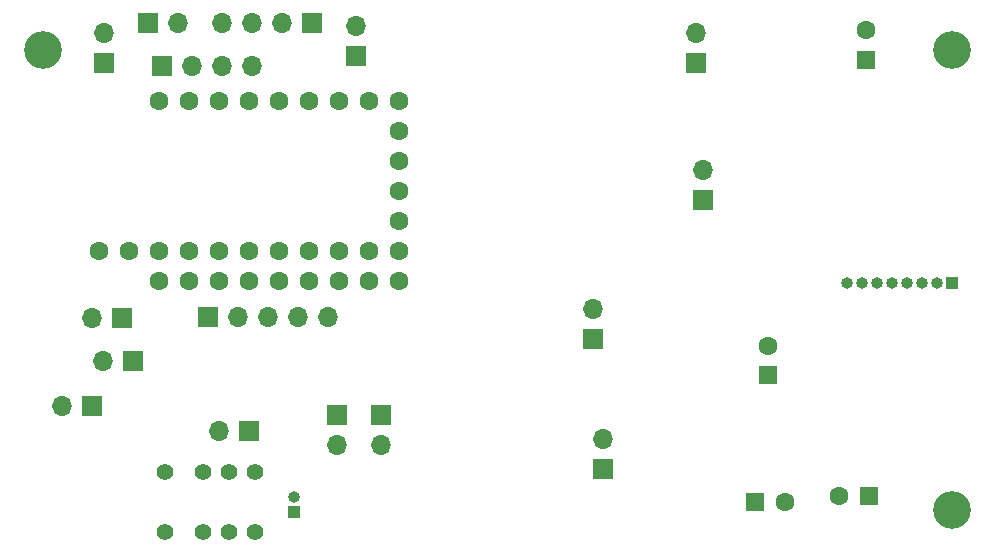
<source format=gbr>
%TF.GenerationSoftware,KiCad,Pcbnew,7.0.9*%
%TF.CreationDate,2024-04-29T07:26:28+03:00*%
%TF.ProjectId,Pistol_Camera_Driver,50697374-6f6c-45f4-9361-6d6572615f44,rev?*%
%TF.SameCoordinates,Original*%
%TF.FileFunction,Soldermask,Bot*%
%TF.FilePolarity,Negative*%
%FSLAX46Y46*%
G04 Gerber Fmt 4.6, Leading zero omitted, Abs format (unit mm)*
G04 Created by KiCad (PCBNEW 7.0.9) date 2024-04-29 07:26:28*
%MOMM*%
%LPD*%
G01*
G04 APERTURE LIST*
%ADD10R,1.000000X1.000000*%
%ADD11O,1.000000X1.000000*%
%ADD12C,1.600000*%
%ADD13O,1.700000X1.700000*%
%ADD14R,1.700000X1.700000*%
%ADD15C,1.400000*%
%ADD16R,1.600000X1.600000*%
%ADD17C,3.200000*%
G04 APERTURE END LIST*
D10*
%TO.C,J11*%
X61900000Y-74800000D03*
D11*
X61900000Y-73530000D03*
%TD*%
D12*
%TO.C,U10*%
X50520000Y-40000000D03*
X53060000Y-40000000D03*
X55600000Y-40000000D03*
X58140000Y-40000000D03*
X60680000Y-40000000D03*
X63220000Y-40000000D03*
X65760000Y-40000000D03*
X68300000Y-40000000D03*
X70840000Y-40000000D03*
X70840000Y-42540000D03*
X70840000Y-45080000D03*
X70840000Y-47620000D03*
X70840000Y-50160000D03*
X70840000Y-52700000D03*
X70840000Y-55240000D03*
X68300000Y-55240000D03*
X68300000Y-52700000D03*
X65760000Y-52700000D03*
X63220000Y-52700000D03*
X60680000Y-52700000D03*
X58140000Y-52700000D03*
X55600000Y-52700000D03*
X53060000Y-52700000D03*
X50520000Y-52700000D03*
X47980000Y-52700000D03*
X65760000Y-55240000D03*
X63220000Y-55240000D03*
X60680000Y-55240000D03*
X58140000Y-55240000D03*
X55600000Y-55240000D03*
X53060000Y-55240000D03*
X50520000Y-55240000D03*
X45440000Y-52700000D03*
%TD*%
D13*
%TO.C,J8*%
X65600000Y-69140000D03*
D14*
X65600000Y-66600000D03*
%TD*%
%TO.C,J1*%
X67200000Y-36200000D03*
D13*
X67200000Y-33660000D03*
%TD*%
D15*
%TO.C,K1*%
X51000000Y-76440000D03*
X54200000Y-76440000D03*
X56400000Y-76440000D03*
X58600000Y-76440000D03*
X58600000Y-71360000D03*
X56400000Y-71360000D03*
X54200000Y-71360000D03*
X51000000Y-71360000D03*
%TD*%
D14*
%TO.C,J5*%
X69300000Y-66600000D03*
D13*
X69300000Y-69140000D03*
%TD*%
D14*
%TO.C,J14*%
X49600000Y-33400000D03*
D13*
X52140000Y-33400000D03*
%TD*%
D16*
%TO.C,C1*%
X110400000Y-36500000D03*
D12*
X110400000Y-34000000D03*
%TD*%
D16*
%TO.C,C9*%
X110582380Y-73400000D03*
D12*
X108082380Y-73400000D03*
%TD*%
D14*
%TO.C,J3*%
X44840000Y-65800000D03*
D13*
X42300000Y-65800000D03*
%TD*%
D14*
%TO.C,J17*%
X47340000Y-58400000D03*
D13*
X44800000Y-58400000D03*
%TD*%
D17*
%TO.C,REF\u002A\u002A*%
X40645000Y-35650000D03*
%TD*%
D16*
%TO.C,C6*%
X102100000Y-63200000D03*
D12*
X102100000Y-60700000D03*
%TD*%
D14*
%TO.C,J4*%
X58150000Y-67925000D03*
D13*
X55610000Y-67925000D03*
%TD*%
%TO.C,J15*%
X45850000Y-34250000D03*
D14*
X45850000Y-36790000D03*
%TD*%
D17*
%TO.C,REF\u002A\u002A*%
X117645000Y-74650000D03*
%TD*%
D14*
%TO.C,J13*%
X63480000Y-33400000D03*
D13*
X60940000Y-33400000D03*
X58400000Y-33400000D03*
X55860000Y-33400000D03*
%TD*%
D14*
%TO.C,J16*%
X48340000Y-62000000D03*
D13*
X45800000Y-62000000D03*
%TD*%
%TO.C,J10*%
X58400000Y-37000000D03*
X55860000Y-37000000D03*
X53320000Y-37000000D03*
D14*
X50780000Y-37000000D03*
%TD*%
D13*
%TO.C,J6*%
X64800000Y-58300000D03*
X62260000Y-58300000D03*
X59720000Y-58300000D03*
X57180000Y-58300000D03*
D14*
X54640000Y-58300000D03*
%TD*%
D17*
%TO.C,REF\u002A\u002A*%
X117645000Y-35650000D03*
%TD*%
D16*
%TO.C,C4*%
X101000000Y-73900000D03*
D12*
X103500000Y-73900000D03*
%TD*%
D14*
%TO.C,J9*%
X87275000Y-60095000D03*
D13*
X87275000Y-57555000D03*
%TD*%
D14*
%TO.C,J12*%
X88125000Y-71140000D03*
D13*
X88125000Y-68600000D03*
%TD*%
D14*
%TO.C,J7*%
X96000000Y-36800000D03*
D13*
X96000000Y-34260000D03*
%TD*%
%TO.C,Je1*%
X96550000Y-45860000D03*
D14*
X96550000Y-48400000D03*
%TD*%
D10*
%TO.C,J2*%
X117650000Y-55425000D03*
D11*
X116380000Y-55425000D03*
X115110000Y-55425000D03*
X113840000Y-55425000D03*
X112570000Y-55425000D03*
X111300000Y-55425000D03*
X110030000Y-55425000D03*
X108760000Y-55425000D03*
%TD*%
M02*

</source>
